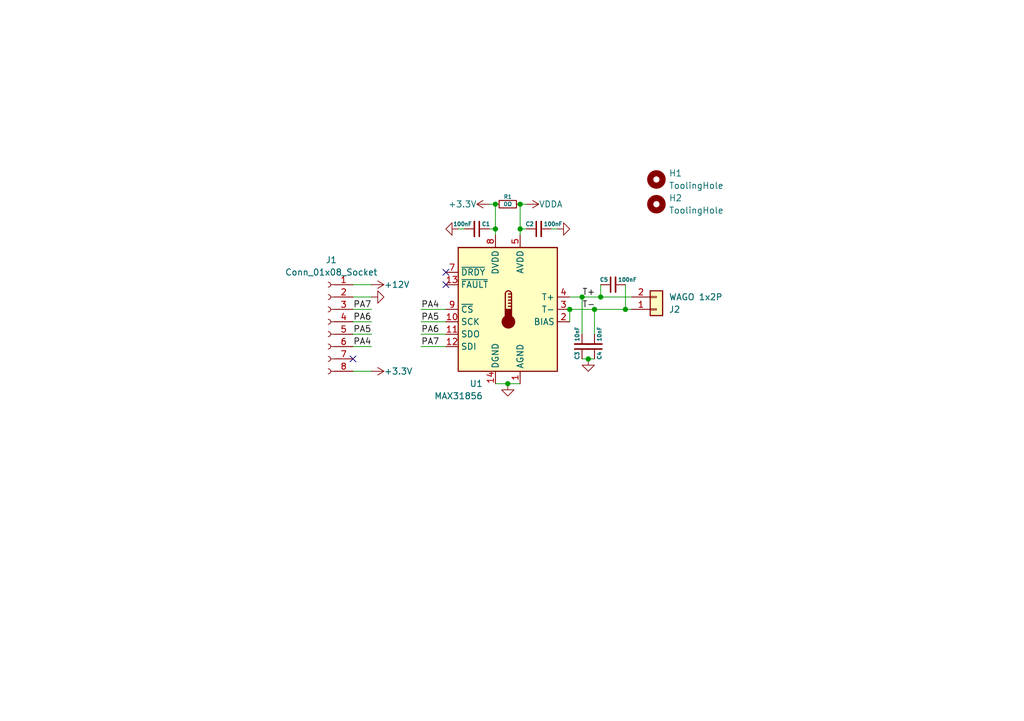
<source format=kicad_sch>
(kicad_sch (version 20231120) (generator "eeschema") (generator_version "8.0")
  (paper "A5")
  (title_block (title "Corevus Toolboard MAX31856 Expansion") (rev "v0.1") (company "Meridi Engineering") (comment 1 "confer: youtu.be/K8C8vGRlxZM"))
  (lib_symbols
    (symbol "Connector:Conn_01x08_Socket" (pin_names (offset 1.016) hide)
      (property "Reference" "J" (at 0 10.16 0))
      (property "Value" "Conn_01x08_Socket" (at 0 -12.7 0))
      (symbol "Conn_01x08_Socket_1_1"
        (arc (start 0 -9.652) (mid -0.5058 -10.16) (end 0 -10.668) (stroke (width 0.1524)))
        (arc (start 0 -7.112) (mid -0.5058 -7.62) (end 0 -8.128) (stroke (width 0.1524)))
        (arc (start 0 -4.572) (mid -0.5058 -5.08) (end 0 -5.588) (stroke (width 0.1524)))
        (arc (start 0 -2.032) (mid -0.5058 -2.54) (end 0 -3.048) (stroke (width 0.1524)))
        (polyline (pts (xy -1.27 -10.16) (xy -0.508 -10.16)) (stroke (width 0.1524)))
        (polyline (pts (xy -1.27 -7.62) (xy -0.508 -7.62)) (stroke (width 0.1524)))
        (polyline (pts (xy -1.27 -5.08) (xy -0.508 -5.08)) (stroke (width 0.1524)))
        (polyline (pts (xy -1.27 -2.54) (xy -0.508 -2.54)) (stroke (width 0.1524)))
        (polyline (pts (xy -1.27 0) (xy -0.508 0)) (stroke (width 0.1524)))
        (polyline (pts (xy -1.27 2.54) (xy -0.508 2.54)) (stroke (width 0.1524)))
        (polyline (pts (xy -1.27 5.08) (xy -0.508 5.08)) (stroke (width 0.1524)))
        (polyline (pts (xy -1.27 7.62) (xy -0.508 7.62)) (stroke (width 0.1524)))
        (arc (start 0 0.508) (mid -0.5058 0) (end 0 -0.508) (stroke (width 0.1524)))
        (arc (start 0 3.048) (mid -0.5058 2.54) (end 0 2.032) (stroke (width 0.1524)))
        (arc (start 0 5.588) (mid -0.5058 5.08) (end 0 4.572) (stroke (width 0.1524)))
        (arc (start 0 8.128) (mid -0.5058 7.62) (end 0 7.112) (stroke (width 0.1524)))
        (pin passive line (at -5.08 7.62 0) (length 3.81) (name "Pin_1") (number "1"))
        (pin passive line (at -5.08 5.08 0) (length 3.81) (name "Pin_2") (number "2"))
        (pin passive line (at -5.08 2.54 0) (length 3.81) (name "Pin_3") (number "3"))
        (pin passive line (at -5.08 0 0) (length 3.81) (name "Pin_4") (number "4"))
        (pin passive line (at -5.08 -2.54 0) (length 3.81) (name "Pin_5") (number "5"))
        (pin passive line (at -5.08 -5.08 0) (length 3.81) (name "Pin_6") (number "6"))
        (pin passive line (at -5.08 -7.62 0) (length 3.81) (name "Pin_7") (number "7"))
        (pin passive line (at -5.08 -10.16 0) (length 3.81) (name "Pin_8") (number "8"))
      )
    )
    (symbol "Connector_Generic:Conn_01x02" (pin_names (offset 1.016) hide)
      (property "Reference" "J" (at 0 2.54 0))
      (property "Value" "Conn_01x02" (at 0 -5.08 0))
      (symbol "Conn_01x02_1_1"
        (rectangle (start -1.27 -2.413) (end 0 -2.667) (stroke (width 0.1524)))
        (rectangle (start -1.27 0.127) (end 0 -0.127) (stroke (width 0.1524)))
        (rectangle (start -1.27 1.27) (end 1.27 -3.81) (stroke (width 0.254)) (fill (type background)))
        (pin passive line (at -5.08 0 0) (length 3.81) (name "Pin_1") (number "1"))
        (pin passive line (at -5.08 -2.54 0) (length 3.81) (name "Pin_2") (number "2"))
      )
    )
    (symbol "Device:C_Small" (pin_numbers hide) (pin_names (offset 0.254) hide)
      (property "Reference" "C" (at 0.254 1.778 0))
      (property "Value" "C_Small" (at 0.254 -2.032 0))
      (symbol "C_Small_0_1"
        (polyline (pts (xy -1.524 -0.508) (xy 1.524 -0.508)) (stroke (width 0.3302)))
        (polyline (pts (xy -1.524 0.508) (xy 1.524 0.508)) (stroke (width 0.3048)))
      )
      (symbol "C_Small_1_1"
        (pin passive line (at 0 2.54 270) (length 2.032) (name "~") (number "1"))
        (pin passive line (at 0 -2.54 90) (length 2.032) (name "~") (number "2"))
      )
    )
    (symbol "Device:R_Small" (pin_numbers hide) (pin_names (offset 0.254) hide)
      (property "Reference" "R" (at 0.762 0.508 0))
      (property "Value" "R_Small" (at 0.762 -1.016 0))
      (symbol "R_Small_0_1"
        (rectangle (start -0.762 1.778) (end 0.762 -1.778) (stroke (width 0.2032)))
      )
      (symbol "R_Small_1_1"
        (pin passive line (at 0 2.54 270) (length 0.762) (name "~") (number "1"))
        (pin passive line (at 0 -2.54 90) (length 0.762) (name "~") (number "2"))
      )
    )
    (symbol "Mechanical:MountingHole" (pin_names (offset 1.016)) (exclude_from_sim yes) (in_bom no)
      (property "Reference" "H" (at 0 5.08 0))
      (property "Value" "MountingHole" (at 0 3.175 0))
      (symbol "MountingHole_0_1"
        (circle (center 0 0) (radius 1.27) (stroke (width 1.27)))
      )
    )
    (symbol "Sensor_Temperature:MAX31856"
      (property "Reference" "U" (at -7.62 13.97 0))
      (property "Value" "MAX31856" (at 13.97 13.97 0))
      (symbol "MAX31856_0_1"
        (rectangle (start -10.16 12.7) (end 10.16 -12.7) (stroke (width 0.254)) (fill (type background)))
        (circle (center -0.127 -2.54) (radius 1.27) (stroke (width 0.254)) (fill (type outline)))
        (polyline (pts (xy -0.762 0.635) (xy -0.127 0.635)) (stroke (width 0.254)))
        (polyline (pts (xy -0.762 1.27) (xy -0.127 1.27)) (stroke (width 0.254)))
        (polyline (pts (xy -0.762 1.905) (xy -0.127 1.905)) (stroke (width 0.254)))
        (polyline (pts (xy -0.762 2.54) (xy -0.127 2.54)) (stroke (width 0.254)))
        (polyline (pts (xy -0.762 3.175) (xy -0.762 0)) (stroke (width 0.254)))
        (polyline (pts (xy -0.762 3.175) (xy -0.127 3.175)) (stroke (width 0.254)))
        (polyline (pts (xy 0.508 3.175) (xy 0.508 0)) (stroke (width 0.254)))
        (rectangle (start 0.508 -1.905) (end -0.762 0) (stroke (width 0.254)) (fill (type outline)))
        (arc (start 0.508 3.175) (mid -0.127 3.8073) (end -0.762 3.175) (stroke (width 0.254)))
      )
      (symbol "MAX31856_1_1"
        (pin power_in line (at -2.54 -15.24 90) (length 2.54) (name "AGND") (number "1"))
        (pin input line (at 12.7 -2.54 180) (length 2.54) (name "SCK") (number "10"))
        (pin output line (at 12.7 -5.08 180) (length 2.54) (name "SDO") (number "11"))
        (pin input line (at 12.7 -7.62 180) (length 2.54) (name "SDI") (number "12"))
        (pin output line (at 12.7 5.08 180) (length 2.54) (name "~{FAULT}") (number "13"))
        (pin power_in line (at 2.54 -15.24 90) (length 2.54) (name "DGND") (number "14"))
        (pin input line (at -12.7 -2.54 0) (length 2.54) (name "BIAS") (number "2"))
        (pin input line (at -12.7 0 0) (length 2.54) (name "T-") (number "3"))
        (pin input line (at -12.7 2.54 0) (length 2.54) (name "T+") (number "4"))
        (pin power_in line (at -2.54 15.24 270) (length 2.54) (name "AVDD") (number "5"))
        (pin no_connect line (at -10.16 -7.62 0) (length 2.54) hide (name "DNC") (number "6"))
        (pin output line (at 12.7 7.62 180) (length 2.54) (name "~{DRDY}") (number "7"))
        (pin power_in line (at 2.54 15.24 270) (length 2.54) (name "DVDD") (number "8"))
        (pin input line (at 12.7 0 180) (length 2.54) (name "~{CS}") (number "9"))
      )
    )
    (symbol "power:+12V" (power) (pin_numbers hide) (pin_names (offset 0) hide)
      (property "Value" "+12V" (at 0 3.556 0))
      (symbol "+12V_0_1"
        (polyline (pts (xy -0.762 1.27) (xy 0 2.54)))
        (polyline (pts (xy 0 0) (xy 0 2.54)))
        (polyline (pts (xy 0 2.54) (xy 0.762 1.27)))
      )
      (symbol "+12V_1_1"
        (pin power_in line (at 0 0 90) (length 0) (name "~") (number "1"))
      )
    )
    (symbol "power:+3.3V" (power) (pin_numbers hide) (pin_names (offset 0) hide)
      (property "Value" "+3.3V" (at 0 3.556 0))
      (symbol "+3.3V_0_1"
        (polyline (pts (xy -0.762 1.27) (xy 0 2.54)))
        (polyline (pts (xy 0 0) (xy 0 2.54)))
        (polyline (pts (xy 0 2.54) (xy 0.762 1.27)))
      )
      (symbol "+3.3V_1_1"
        (pin power_in line (at 0 0 90) (length 0) (name "~") (number "1"))
      )
    )
    (symbol "power:GND" (power) (pin_numbers hide) (pin_names (offset 0) hide)
      (property "Value" "GND" (at 0 -3.81 0))
      (symbol "GND_0_1"
        (polyline (pts (xy 0 0) (xy 0 -1.27) (xy 1.27 -1.27) (xy 0 -2.54) (xy -1.27 -1.27) (xy 0 -1.27)))
      )
      (symbol "GND_1_1"
        (pin power_in line (at 0 0 270) (length 0) (name "~") (number "1"))
      )
    )
    (symbol "power:VDDA" (power) (pin_numbers hide) (pin_names (offset 0) hide)
      (property "Value" "VDDA" (at 0 3.556 0))
      (symbol "VDDA_0_1"
        (polyline (pts (xy -0.762 1.27) (xy 0 2.54)))
        (polyline (pts (xy 0 0) (xy 0 2.54)))
        (polyline (pts (xy 0 2.54) (xy 0.762 1.27)))
      )
      (symbol "VDDA_1_1"
        (pin power_in line (at 0 0 90) (length 0) (name "~") (number "1"))
      )
    )
  )
  (junction (at 128.27 63.5))
  (junction (at 121.92 63.5))
  (junction (at 119.38 60.96))
  (junction (at 104.14 78.74))
  (junction (at 106.68 46.99))
  (junction (at 123.19 60.96))
  (junction (at 120.65 73.66))
  (junction (at 106.68 41.91))
  (junction (at 116.84 63.5))
  (junction (at 101.6 46.99))
  (junction (at 101.6 41.91))
  (no_connect (at 72.39 73.66))
  (no_connect (at 91.44 58.42))
  (no_connect (at 91.44 55.88))
  (wire (pts (xy 106.68 46.99) (xy 106.68 48.26)))
  (wire (pts (xy 72.39 60.96) (xy 76.2 60.96)))
  (wire (pts (xy 123.19 60.96) (xy 129.54 60.96)))
  (wire (pts (xy 121.92 63.5) (xy 128.27 63.5)))
  (wire (pts (xy 107.95 41.91) (xy 106.68 41.91)))
  (wire (pts (xy 116.84 60.96) (xy 119.38 60.96)))
  (wire (pts (xy 123.19 58.42) (xy 123.19 60.96)))
  (wire (pts (xy 76.2 68.58) (xy 72.39 68.58)))
  (wire (pts (xy 119.38 60.96) (xy 123.19 60.96)))
  (wire (pts (xy 121.92 63.5) (xy 121.92 68.58)))
  (wire (pts (xy 104.14 78.74) (xy 106.68 78.74)))
  (wire (pts (xy 86.36 66.04) (xy 91.44 66.04)))
  (wire (pts (xy 76.2 66.04) (xy 72.39 66.04)))
  (wire (pts (xy 101.6 46.99) (xy 101.6 48.26)))
  (wire (pts (xy 114.3 46.99) (xy 113.03 46.99)))
  (wire (pts (xy 86.36 71.12) (xy 91.44 71.12)))
  (wire (pts (xy 120.65 73.66) (xy 121.92 73.66)))
  (wire (pts (xy 76.2 63.5) (xy 72.39 63.5)))
  (wire (pts (xy 106.68 46.99) (xy 107.95 46.99)))
  (wire (pts (xy 119.38 73.66) (xy 120.65 73.66)))
  (wire (pts (xy 106.68 41.91) (xy 106.68 46.99)))
  (wire (pts (xy 116.84 63.5) (xy 121.92 63.5)))
  (wire (pts (xy 86.36 68.58) (xy 91.44 68.58)))
  (wire (pts (xy 116.84 63.5) (xy 116.84 66.04)))
  (wire (pts (xy 101.6 41.91) (xy 101.6 46.99)))
  (wire (pts (xy 119.38 60.96) (xy 119.38 68.58)))
  (wire (pts (xy 93.98 46.99) (xy 95.25 46.99)))
  (wire (pts (xy 100.33 46.99) (xy 101.6 46.99)))
  (wire (pts (xy 72.39 76.2) (xy 76.2 76.2)))
  (wire (pts (xy 104.14 78.74) (xy 101.6 78.74)))
  (wire (pts (xy 72.39 58.42) (xy 76.2 58.42)))
  (wire (pts (xy 76.2 71.12) (xy 72.39 71.12)))
  (wire (pts (xy 128.27 63.5) (xy 129.54 63.5)))
  (wire (pts (xy 128.27 58.42) (xy 128.27 63.5)))
  (wire (pts (xy 86.36 63.5) (xy 91.44 63.5)))
  (wire (pts (xy 100.33 41.91) (xy 101.6 41.91)))
  (label "PA6" (at 86.36 68.58 0))
  (label "PA4" (at 76.2 71.12 180))
  (label "PA7" (at 86.36 71.12 0))
  (label "PA7" (at 76.2 63.5 180))
  (label "PA5" (at 86.36 66.04 0))
  (label "T-" (at 119.38 63.5 0))
  (label "PA4" (at 86.36 63.5 0))
  (label "T+" (at 119.38 60.96 0))
  (label "PA6" (at 76.2 66.04 180))
  (label "PA5" (at 76.2 68.58 180))
  (symbol (lib_id "Device:C_Small") (at 121.92 71.12 0) (mirror x) (unit 1)
    (property "Reference" "C4" (at 122.936 72.136 90) (effects (font (size 0.8 0.8)) (justify left)))
    (property "Value" "10nF" (at 122.936 70.104 90) (effects (font (size 0.8 0.8)) (justify right)))
    (property "Footprint" "PCM_ME_passives:0402C" (effects (hide yes)))
    (property "Description" "Unpolarized capacitor, small symbol" (effects (hide yes)))
  )
  (symbol (lib_id "power:+3.3V") (at 76.2 76.2 270) (unit 1)
    (property "Reference" "#PWR02" (effects (hide yes)))
    (property "Value" "+3.3V" (at 78.74 76.2 90) (effects (justify left)))
    (property "Description" "Power symbol creates a global label with name \"+3.3V\"" (effects (hide yes)))
  )
  (symbol (lib_id "Connector:Conn_01x08_Socket") (at 67.31 66.04 0) (mirror y) (unit 1)
    (property "Reference" "J1" (at 67.945 53.34 0))
    (property "Value" "Conn_01x08_Socket" (at 67.945 55.88 0))
    (property "Footprint" "corevus:PinHeader_1x08_P2.54mm_Vertical" (effects (hide yes)))
    (property "Description" "Generic connector, single row, 01x08, script generated" (effects (hide yes)))
  )
  (symbol (lib_id "Device:R_Small") (at 104.14 41.91 90) (unit 1)
    (property "Reference" "R1" (at 104.14 40.386 90) (effects (font (size 0.8 0.8))))
    (property "Value" "0Ω" (at 104.14 41.91 90) (effects (font (size 0.8 0.8))))
    (property "Footprint" "PCM_ME_passives:0402" (effects (hide yes)))
    (property "Description" "Resistor, small symbol" (effects (hide yes)))
  )
  (symbol (lib_id "Device:C_Small") (at 125.73 58.42 90) (unit 1)
    (property "Reference" "C5" (at 124.714 57.404 90) (effects (font (size 0.8 0.8)) (justify left)))
    (property "Value" "100nF" (at 126.746 57.404 90) (effects (font (size 0.8 0.8)) (justify right)))
    (property "Footprint" "PCM_ME_passives:0402C" (effects (hide yes)))
    (property "Description" "Unpolarized capacitor, small symbol" (effects (hide yes)))
  )
  (symbol (lib_id "Device:C_Small") (at 110.49 46.99 90) (unit 1)
    (property "Reference" "C2" (at 109.474 45.974 90) (effects (font (size 0.8 0.8)) (justify left)))
    (property "Value" "100nF" (at 111.506 45.974 90) (effects (font (size 0.8 0.8)) (justify right)))
    (property "Footprint" "PCM_ME_passives:0402C" (effects (hide yes)))
    (property "Description" "Unpolarized capacitor, small symbol" (effects (hide yes)))
  )
  (symbol (lib_id "Device:C_Small") (at 97.79 46.99 270) (mirror x) (unit 1)
    (property "Reference" "C1" (at 98.806 45.974 90) (effects (font (size 0.8 0.8)) (justify left)))
    (property "Value" "100nF" (at 96.774 45.974 90) (effects (font (size 0.8 0.8)) (justify right)))
    (property "Footprint" "PCM_ME_passives:0402C" (effects (hide yes)))
    (property "Description" "Unpolarized capacitor, small symbol" (effects (hide yes)))
  )
  (symbol (lib_id "power:GND") (at 93.98 46.99 270) (unit 1)
    (property "Reference" "#PWR09" (effects (hide yes)))
    (property "Value" "GND" (effects (hide yes)))
    (property "Description" "Power symbol creates a global label with name \"GND\" , ground" (effects (hide yes)))
  )
  (symbol (lib_id "power:VDDA") (at 107.95 41.91 270) (unit 1)
    (property "Reference" "#PWR05" (effects (hide yes)))
    (property "Value" "VDDA" (at 110.49 41.91 90) (effects (justify left)))
    (property "Description" "Power symbol creates a global label with name \"VDDA\"" (effects (hide yes)))
  )
  (symbol (lib_id "power:GND") (at 120.65 73.66 0) (unit 1)
    (property "Reference" "#PWR06" (effects (hide yes)))
    (property "Value" "GND" (effects (hide yes)))
    (property "Description" "Power symbol creates a global label with name \"GND\" , ground" (effects (hide yes)))
  )
  (symbol (lib_id "power:+3.3V") (at 100.33 41.91 90) (mirror x) (unit 1)
    (property "Reference" "#PWR04" (effects (hide yes)))
    (property "Value" "+3.3V" (at 97.79 41.91 90) (effects (justify left)))
    (property "Description" "Power symbol creates a global label with name \"+3.3V\"" (effects (hide yes)))
  )
  (symbol (lib_id "Connector_Generic:Conn_01x02") (at 134.62 63.5 0) (mirror x) (unit 1)
    (property "Reference" "J2" (at 137.16 63.5001 0) (effects (justify left)))
    (property "Value" "WAGO 1x2P" (at 137.16 60.9601 0) (effects (justify left)))
    (property "Footprint" "corevus:WAGO_2059-302" (effects (hide yes)))
    (property "Description" "Generic connector, single row, 01x02, script generated (kicad-library-utils/schlib/autogen/connector/)" (effects (hide yes)))
  )
  (symbol (lib_id "Device:C_Small") (at 119.38 71.12 180) (unit 1)
    (property "Reference" "C3" (at 118.364 72.136 90) (effects (font (size 0.8 0.8)) (justify left)))
    (property "Value" "10nF" (at 118.364 70.104 90) (effects (font (size 0.8 0.8)) (justify right)))
    (property "Footprint" "PCM_ME_passives:0402C" (effects (hide yes)))
    (property "Description" "Unpolarized capacitor, small symbol" (effects (hide yes)))
  )
  (symbol (lib_id "Mechanical:MountingHole") (at 134.62 41.91 0) (unit 1) (exclude_from_sim yes) (in_bom no)
    (property "Reference" "H2" (at 137.16 40.6399 0) (effects (justify left)))
    (property "Value" "ToolingHole" (at 137.16 43.1799 0) (effects (justify left)))
    (property "Footprint" "corevus:ToolingHole" (effects (hide yes)))
    (property "Description" "Mounting Hole without connection" (effects (hide yes)))
  )
  (symbol (lib_id "power:GND") (at 114.3 46.99 90) (unit 1)
    (property "Reference" "#PWR07" (effects (hide yes)))
    (property "Value" "GND" (effects (hide yes)))
    (property "Description" "Power symbol creates a global label with name \"GND\" , ground" (effects (hide yes)))
  )
  (symbol (lib_id "Sensor_Temperature:MAX31856") (at 104.14 63.5 0) (mirror y) (unit 1)
    (property "Reference" "U1" (at 99.06 78.74 0) (effects (justify left)))
    (property "Value" "MAX31856" (at 99.06 81.28 0) (effects (justify left)))
    (property "Footprint" "Package_SO:TSSOP-14_4.4x5mm_P0.65mm" (effects (hide yes)))
    (property "Datasheet" "https://datasheets.maximintegrated.com/en/ds/MAX31856.pdf" (effects (hide yes)))
    (property "Description" "Precision Thermocouple to Digital Converter with Linearization, TSSOP-14" (effects (hide yes)))
  )
  (symbol (lib_id "power:+12V") (at 76.2 58.42 270) (unit 1)
    (property "Reference" "#PWR01" (effects (hide yes)))
    (property "Value" "+12V" (at 78.74 58.42 90) (effects (justify left)))
    (property "Description" "Power symbol creates a global label with name \"+12V\"" (effects (hide yes)))
  )
  (symbol (lib_id "power:GND") (at 76.2 60.96 90) (unit 1)
    (property "Reference" "#PWR03" (effects (hide yes)))
    (property "Value" "GND" (effects (hide yes)))
    (property "Description" "Power symbol creates a global label with name \"GND\" , ground" (effects (hide yes)))
  )
  (symbol (lib_id "power:GND") (at 104.14 78.74 0) (unit 1)
    (property "Reference" "#PWR08" (effects (hide yes)))
    (property "Value" "GND" (effects (hide yes)))
    (property "Description" "Power symbol creates a global label with name \"GND\" , ground" (effects (hide yes)))
  )
  (symbol (lib_id "Mechanical:MountingHole") (at 134.62 36.83 0) (unit 1) (exclude_from_sim yes) (in_bom no)
    (property "Reference" "H1" (at 137.16 35.5599 0) (effects (justify left)))
    (property "Value" "ToolingHole" (at 137.16 38.0999 0) (effects (justify left)))
    (property "Footprint" "corevus:ToolingHole" (effects (hide yes)))
    (property "Description" "Mounting Hole without connection" (effects (hide yes)))
  )
)
</source>
